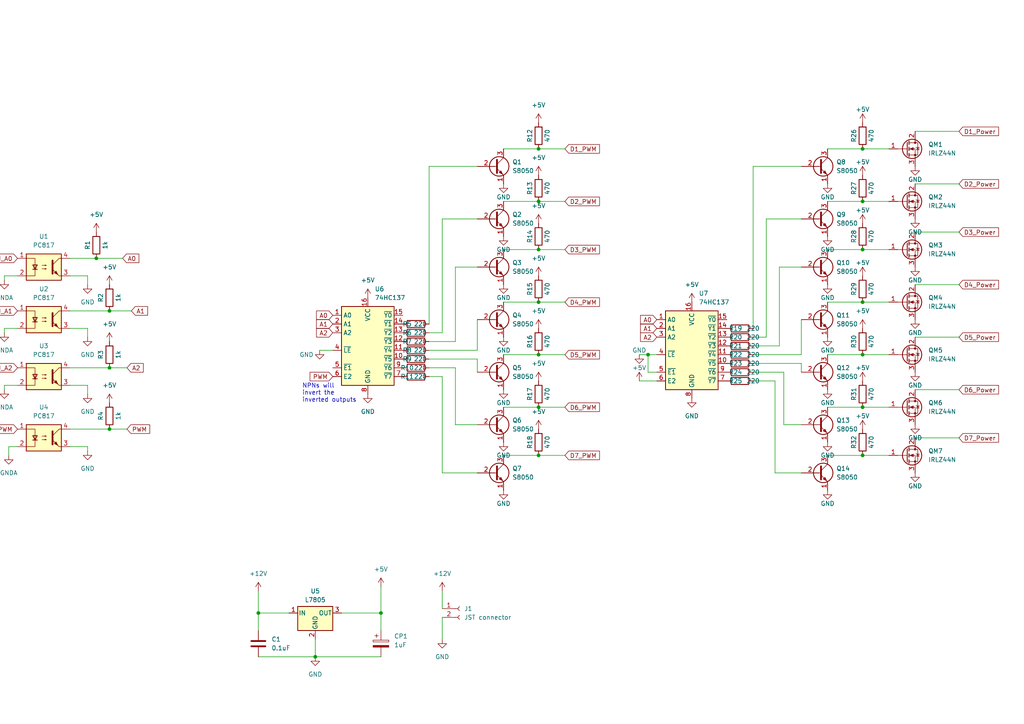
<source format=kicad_sch>
(kicad_sch (version 20230121) (generator eeschema)
  (paper "A4")
  (lib_symbols
    (symbol "74xx:74HC137"
      (property "Reference" "U" (at -7.62 13.97 0))
      (property "Value" "74HC137" (at 2.54 -11.43 0))
      (symbol "74HC137_1_1"
        (pin input line (at -10.16 10.16 0) (length 2.54) (name "A0") (number "1"))
        (pin output line (at 10.16 -2.54 180) (length 2.54) (name "~{Y5}") (number "10"))
        (pin output line (at 10.16 0 180) (length 2.54) (name "~{Y4}") (number "11"))
        (pin output line (at 10.16 2.54 180) (length 2.54) (name "~{Y3}") (number "12"))
        (pin output line (at 10.16 5.08 180) (length 2.54) (name "~{Y2}") (number "13"))
        (pin output line (at 10.16 7.62 180) (length 2.54) (name "~{Y1}") (number "14"))
        (pin output line (at 10.16 10.16 180) (length 2.54) (name "~{Y0}") (number "15"))
        (pin power_in line (at 0 15.24 270) (length 2.54) (name "VCC") (number "16"))
        (pin input line (at -10.16 7.62 0) (length 2.54) (name "A1") (number "2"))
        (pin input line (at -10.16 5.08 0) (length 2.54) (name "A2") (number "3"))
        (pin input line (at -10.16 0 0) (length 2.54) (name "~{LE}") (number "4"))
        (pin input line (at -10.16 -5.08 0) (length 2.54) (name "~{E1}") (number "5"))
        (pin input line (at -10.16 -7.62 0) (length 2.54) (name "E2") (number "6"))
        (pin output line (at 10.16 -7.62 180) (length 2.54) (name "~{Y7}") (number "7"))
        (pin power_in line (at 0 -12.7 90) (length 2.54) (name "GND") (number "8"))
        (pin output line (at 10.16 -5.08 180) (length 2.54) (name "~{Y6}") (number "9"))
      )
    )
    (symbol "Connector:Conn_01x02_Socket" (pin_names (offset 1.016) hide)
      (property "Reference" "J" (at 0 2.54 0))
      (property "Value" "Conn_01x02_Socket" (at 0 -5.08 0))
      (symbol "Conn_01x02_Socket_1_1"
        (pin passive line (at -5.08 0 0) (length 3.81) (name "Pin_1") (number "1"))
        (pin passive line (at -5.08 -2.54 0) (length 3.81) (name "Pin_2") (number "2"))
      )
    )
    (symbol "Connector:Conn_01x03_Socket" (pin_names (offset 1.016) hide)
      (property "Reference" "J" (at 0 5.08 0))
      (property "Value" "Conn_01x03_Socket" (at 0 -5.08 0))
      (symbol "Conn_01x03_Socket_1_1"
        (pin passive line (at -5.08 2.54 0) (length 3.81) (name "Pin_1") (number "1"))
        (pin passive line (at -5.08 0 0) (length 3.81) (name "Pin_2") (number "2"))
        (pin passive line (at -5.08 -2.54 0) (length 3.81) (name "Pin_3") (number "3"))
      )
    )
    (symbol "Connector:Conn_01x05_Socket" (pin_names (offset 1.016) hide)
      (property "Reference" "J" (at 0 7.62 0))
      (property "Value" "Conn_01x05_Socket" (at 0 -7.62 0))
      (symbol "Conn_01x05_Socket_1_1"
        (pin passive line (at -5.08 5.08 0) (length 3.81) (name "Pin_1") (number "1"))
        (pin passive line (at -5.08 2.54 0) (length 3.81) (name "Pin_2") (number "2"))
        (pin passive line (at -5.08 0 0) (length 3.81) (name "Pin_3") (number "3"))
        (pin passive line (at -5.08 -2.54 0) (length 3.81) (name "Pin_4") (number "4"))
        (pin passive line (at -5.08 -5.08 0) (length 3.81) (name "Pin_5") (number "5"))
      )
    )
    (symbol "Device:C" (pin_numbers hide) (pin_names (offset 0.254))
      (property "Reference" "C" (at 0.635 2.54 0))
      (property "Value" "C" (at 0.635 -2.54 0))
      (symbol "C_1_1"
        (pin passive line (at 0 3.81 270) (length 2.794) (name "~") (number "1"))
        (pin passive line (at 0 -3.81 90) (length 2.794) (name "~") (number "2"))
      )
    )
    (symbol "Device:C_Polarized" (pin_numbers hide) (pin_names (offset 0.254))
      (property "Reference" "C" (at 0.635 2.54 0))
      (property "Value" "C_Polarized" (at 0.635 -2.54 0))
      (symbol "C_Polarized_1_1"
        (pin passive line (at 0 3.81 270) (length 2.794) (name "~") (number "1"))
        (pin passive line (at 0 -3.81 90) (length 2.794) (name "~") (number "2"))
      )
    )
    (symbol "Device:R" (pin_numbers hide) (pin_names (offset 0))
      (property "Reference" "R" (at 2.032 0 90))
      (property "Value" "R" (at 0 0 90))
      (symbol "R_1_1"
        (pin passive line (at 0 3.81 270) (length 1.27) (name "~") (number "1"))
        (pin passive line (at 0 -3.81 90) (length 1.27) (name "~") (number "2"))
      )
    )
    (symbol "Isolator:PC817" (pin_names (offset 1.016))
      (property "Reference" "U" (at -5.08 5.08 0))
      (property "Value" "PC817" (at 0 5.08 0))
      (symbol "PC817_1_1"
        (pin passive line (at -7.62 2.54 0) (length 2.54) (name "~") (number "1"))
        (pin passive line (at -7.62 -2.54 0) (length 2.54) (name "~") (number "2"))
        (pin passive line (at 7.62 -2.54 180) (length 2.54) (name "~") (number "3"))
        (pin passive line (at 7.62 2.54 180) (length 2.54) (name "~") (number "4"))
      )
    )
    (symbol "Regulator_Linear:L7805" (pin_names (offset 0.254))
      (property "Reference" "U" (at -3.81 3.175 0))
      (property "Value" "L7805" (at 0 3.175 0))
      (symbol "L7805_1_1"
        (pin power_in line (at -7.62 0 0) (length 2.54) (name "IN") (number "1"))
        (pin power_in line (at 0 -7.62 90) (length 2.54) (name "GND") (number "2"))
        (pin power_out line (at 7.62 0 180) (length 2.54) (name "OUT") (number "3"))
      )
    )
    (symbol "Transistor_BJT:S8050" (pin_names (offset 0) hide)
      (property "Reference" "Q" (at 5.08 1.905 0))
      (property "Value" "S8050" (at 5.08 0 0))
      (symbol "S8050_1_1"
        (pin passive line (at 2.54 -5.08 90) (length 2.54) (name "E") (number "1"))
        (pin input line (at -5.08 0 0) (length 5.08) (name "B") (number "2"))
        (pin passive line (at 2.54 5.08 270) (length 2.54) (name "C") (number "3"))
      )
    )
    (symbol "Transistor_FET:IRLZ44N" (pin_names hide)
      (property "Reference" "Q" (at 6.35 1.905 0))
      (property "Value" "IRLZ44N" (at 6.35 0 0))
      (symbol "IRLZ44N_1_1"
        (pin input line (at -5.08 0 0) (length 2.54) (name "G") (number "1"))
        (pin passive line (at 2.54 5.08 270) (length 2.54) (name "D") (number "2"))
        (pin passive line (at 2.54 -5.08 90) (length 2.54) (name "S") (number "3"))
      )
    )
    (symbol "power:+12V" (power) (pin_names (offset 0))
      (property "Value" "+12V" (at 0 3.556 0))
      (symbol "+12V_1_1"
        (pin power_in line (at 0 0 90) (length 0) hide (name "+12V") (number "1"))
      )
    )
    (symbol "power:+5V" (power) (pin_names (offset 0))
      (property "Value" "+5V" (at 0 3.556 0))
      (symbol "+5V_1_1"
        (pin power_in line (at 0 0 90) (length 0) hide (name "+5V") (number "1"))
      )
    )
    (symbol "power:GND" (power) (pin_names (offset 0))
      (property "Value" "GND" (at 0 -3.81 0))
      (symbol "GND_1_1"
        (pin power_in line (at 0 0 270) (length 0) hide (name "GND") (number "1"))
      )
    )
    (symbol "power:GNDA" (power) (pin_names (offset 0))
      (property "Value" "GNDA" (at 0 -3.81 0))
      (symbol "GNDA_1_1"
        (pin power_in line (at 0 0 270) (length 0) hide (name "GNDA") (number "1"))
      )
    )
  )
  (junction (at 74.93 177.8))
  (junction (at 156.21 72.39))
  (junction (at 110.49 177.8))
  (junction (at 31.75 90.17))
  (junction (at 187.96 102.87))
  (junction (at 27.94 74.93))
  (junction (at 31.75 106.68))
  (junction (at 250.19 72.39))
  (junction (at 250.19 43.18))
  (junction (at 156.21 87.63))
  (junction (at 250.19 87.63))
  (junction (at 31.75 124.46))
  (junction (at 250.19 102.87))
  (junction (at 156.21 118.11))
  (junction (at 250.19 132.08))
  (junction (at 250.19 118.11))
  (junction (at 156.21 43.18))
  (junction (at 91.44 190.5))
  (junction (at 156.21 132.08))
  (junction (at 156.21 58.42))
  (junction (at 156.21 102.87))
  (junction (at 250.19 58.42))
  (wire (pts (xy 218.44 110.49) (xy 224.79 110.49)))
  (wire (pts (xy 265.43 67.31) (xy 278.13 67.31)))
  (wire (pts (xy 124.46 96.52) (xy 128.27 96.52)))
  (wire (pts (xy 74.93 171.45) (xy 74.93 177.8)))
  (wire (pts (xy 20.32 90.17) (xy 31.75 90.17)))
  (wire (pts (xy 20.32 129.54) (xy 25.4 129.54)))
  (wire (pts (xy 5.08 129.54) (xy 2.54 129.54)))
  (wire (pts (xy 240.03 118.11) (xy 250.19 118.11)))
  (wire (pts (xy 218.44 107.95) (xy 227.33 107.95)))
  (wire (pts (xy 156.21 87.63) (xy 163.83 87.63)))
  (wire (pts (xy 146.05 72.39) (xy 156.21 72.39)))
  (wire (pts (xy 128.27 171.45) (xy 128.27 176.53)))
  (wire (pts (xy 222.25 63.5) (xy 232.41 63.5)))
  (wire (pts (xy 1.27 95.25) (xy 1.27 96.52)))
  (wire (pts (xy 20.32 106.68) (xy 31.75 106.68)))
  (wire (pts (xy 74.93 177.8) (xy 83.82 177.8)))
  (wire (pts (xy 265.43 113.03) (xy 278.13 113.03)))
  (wire (pts (xy 146.05 87.63) (xy 156.21 87.63)))
  (wire (pts (xy 250.19 102.87) (xy 257.81 102.87)))
  (wire (pts (xy 132.08 77.47) (xy 138.43 77.47)))
  (wire (pts (xy 240.03 132.08) (xy 250.19 132.08)))
  (wire (pts (xy -27.94 101.6) (xy -27.94 100.33)))
  (wire (pts (xy 5.08 111.76) (xy 1.27 111.76)))
  (wire (pts (xy 138.43 101.6) (xy 138.43 92.71)))
  (wire (pts (xy 240.03 87.63) (xy 250.19 87.63)))
  (wire (pts (xy 132.08 123.19) (xy 138.43 123.19)))
  (wire (pts (xy 156.21 102.87) (xy 163.83 102.87)))
  (wire (pts (xy 265.43 53.34) (xy 278.13 53.34)))
  (wire (pts (xy 265.43 82.55) (xy 278.13 82.55)))
  (wire (pts (xy 128.27 137.16) (xy 138.43 137.16)))
  (wire (pts (xy 25.4 97.79) (xy 25.4 95.25)))
  (wire (pts (xy 218.44 48.26) (xy 232.41 48.26)))
  (wire (pts (xy 31.75 124.46) (xy 36.83 124.46)))
  (wire (pts (xy 240.03 72.39) (xy 250.19 72.39)))
  (wire (pts (xy -27.94 100.33) (xy -30.48 100.33)))
  (wire (pts (xy 146.05 58.42) (xy 156.21 58.42)))
  (wire (pts (xy 124.46 106.68) (xy 132.08 106.68)))
  (wire (pts (xy 20.32 74.93) (xy 27.94 74.93)))
  (wire (pts (xy 218.44 95.25) (xy 218.44 48.26)))
  (wire (pts (xy 250.19 118.11) (xy 257.81 118.11)))
  (wire (pts (xy 99.06 177.8) (xy 110.49 177.8)))
  (wire (pts (xy 146.05 118.11) (xy 156.21 118.11)))
  (wire (pts (xy 240.03 43.18) (xy 250.19 43.18)))
  (wire (pts (xy 218.44 100.33) (xy 226.06 100.33)))
  (wire (pts (xy 25.4 111.76) (xy 20.32 111.76)))
  (wire (pts (xy 5.08 80.01) (xy 1.27 80.01)))
  (wire (pts (xy 156.21 72.39) (xy 163.83 72.39)))
  (wire (pts (xy 265.43 127) (xy 278.13 127)))
  (wire (pts (xy 146.05 43.18) (xy 156.21 43.18)))
  (wire (pts (xy 185.42 102.87) (xy 187.96 102.87)))
  (wire (pts (xy 124.46 109.22) (xy 128.27 109.22)))
  (wire (pts (xy 224.79 137.16) (xy 232.41 137.16)))
  (wire (pts (xy 250.19 72.39) (xy 257.81 72.39)))
  (wire (pts (xy 250.19 87.63) (xy 257.81 87.63)))
  (wire (pts (xy 226.06 77.47) (xy 232.41 77.47)))
  (wire (pts (xy 146.05 132.08) (xy 156.21 132.08)))
  (wire (pts (xy 222.25 97.79) (xy 222.25 63.5)))
  (wire (pts (xy 132.08 106.68) (xy 132.08 123.19)))
  (wire (pts (xy 218.44 97.79) (xy 222.25 97.79)))
  (wire (pts (xy 124.46 99.06) (xy 132.08 99.06)))
  (wire (pts (xy 187.96 107.95) (xy 190.5 107.95)))
  (wire (pts (xy 110.49 177.8) (xy 110.49 182.88)))
  (wire (pts (xy 128.27 96.52) (xy 128.27 63.5)))
  (wire (pts (xy 20.32 124.46) (xy 31.75 124.46)))
  (wire (pts (xy 128.27 179.07) (xy 128.27 185.42)))
  (wire (pts (xy 124.46 48.26) (xy 138.43 48.26)))
  (wire (pts (xy 156.21 132.08) (xy 163.83 132.08)))
  (wire (pts (xy 25.4 114.3) (xy 25.4 111.76)))
  (wire (pts (xy 250.19 43.18) (xy 257.81 43.18)))
  (wire (pts (xy 128.27 109.22) (xy 128.27 137.16)))
  (wire (pts (xy 25.4 129.54) (xy 25.4 130.81)))
  (wire (pts (xy 240.03 58.42) (xy 250.19 58.42)))
  (wire (pts (xy 265.43 38.1) (xy 278.13 38.1)))
  (wire (pts (xy 110.49 190.5) (xy 91.44 190.5)))
  (wire (pts (xy 227.33 123.19) (xy 232.41 123.19)))
  (wire (pts (xy 27.94 74.93) (xy 35.56 74.93)))
  (wire (pts (xy 185.42 110.49) (xy 190.5 110.49)))
  (wire (pts (xy 227.33 107.95) (xy 227.33 123.19)))
  (wire (pts (xy 156.21 43.18) (xy 163.83 43.18)))
  (wire (pts (xy 232.41 102.87) (xy 232.41 92.71)))
  (wire (pts (xy 138.43 104.14) (xy 138.43 107.95)))
  (wire (pts (xy 25.4 80.01) (xy 20.32 80.01)))
  (wire (pts (xy 2.54 129.54) (xy 2.54 132.08)))
  (wire (pts (xy 124.46 93.98) (xy 124.46 48.26)))
  (wire (pts (xy 124.46 101.6) (xy 138.43 101.6)))
  (wire (pts (xy 224.79 110.49) (xy 224.79 137.16)))
  (wire (pts (xy 250.19 132.08) (xy 257.81 132.08)))
  (wire (pts (xy 156.21 58.42) (xy 163.83 58.42)))
  (wire (pts (xy 110.49 177.8) (xy 110.49 170.18)))
  (wire (pts (xy 74.93 190.5) (xy 91.44 190.5)))
  (wire (pts (xy 25.4 95.25) (xy 20.32 95.25)))
  (wire (pts (xy 91.44 185.42) (xy 91.44 190.5)))
  (wire (pts (xy 187.96 102.87) (xy 190.5 102.87)))
  (wire (pts (xy 218.44 102.87) (xy 232.41 102.87)))
  (wire (pts (xy 240.03 102.87) (xy 250.19 102.87)))
  (wire (pts (xy 1.27 80.01) (xy 1.27 81.28)))
  (wire (pts (xy 218.44 105.41) (xy 232.41 105.41)))
  (wire (pts (xy 250.19 58.42) (xy 257.81 58.42)))
  (wire (pts (xy 187.96 102.87) (xy 187.96 107.95)))
  (wire (pts (xy 156.21 118.11) (xy 163.83 118.11)))
  (wire (pts (xy 124.46 104.14) (xy 138.43 104.14)))
  (wire (pts (xy 146.05 102.87) (xy 156.21 102.87)))
  (wire (pts (xy 5.08 95.25) (xy 1.27 95.25)))
  (wire (pts (xy 92.71 101.6) (xy 96.52 101.6)))
  (wire (pts (xy 1.27 111.76) (xy 1.27 113.03)))
  (wire (pts (xy 74.93 177.8) (xy 74.93 182.88)))
  (wire (pts (xy 128.27 63.5) (xy 138.43 63.5)))
  (wire (pts (xy 232.41 105.41) (xy 232.41 107.95)))
  (wire (pts (xy 226.06 100.33) (xy 226.06 77.47)))
  (wire (pts (xy 132.08 99.06) (xy 132.08 77.47)))
  (wire (pts (xy 25.4 82.55) (xy 25.4 80.01)))
  (wire (pts (xy 265.43 97.79) (xy 278.13 97.79)))
  (wire (pts (xy 31.75 90.17) (xy 38.1 90.17)))
  (wire (pts (xy 31.75 106.68) (xy 36.83 106.68)))
  (text "NPNs will \ninvert the \ninverted outputs" (at 87.63 116.84 0) (effects (font (size 1.27 1.27)) (justify left bottom)))
  (global_label "D2_PWM" (shape input) (at 163.83 58.42 0) (property "Intersheetrefs" "${INTERSHEET_REFS}" (effects hide)))
  (global_label "MCU_A0" (shape input) (at -30.48 90.17 0) (property "Intersheetrefs" "${INTERSHEET_REFS}" (effects hide)))
  (global_label "D3_PWM" (shape input) (at 163.83 72.39 0) (property "Intersheetrefs" "${INTERSHEET_REFS}" (effects hide)))
  (global_label "D5_PWM" (shape input) (at 163.83 102.87 0) (property "Intersheetrefs" "${INTERSHEET_REFS}" (effects hide)))
  (global_label "D7_PWM" (shape input) (at 309.88 134.62 180) (property "Intersheetrefs" "${INTERSHEET_REFS}" (effects hide)))
  (global_label "A2" (shape input) (at 96.52 96.52 180) (property "Intersheetrefs" "${INTERSHEET_REFS}" (effects hide)))
  (global_label "MCU_A2" (shape input) (at -30.48 95.25 0) (property "Intersheetrefs" "${INTERSHEET_REFS}" (effects hide)))
  (global_label "D6_Power" (shape input) (at 309.88 118.11 180) (property "Intersheetrefs" "${INTERSHEET_REFS}" (effects hide)))
  (global_label "D4_Power" (shape input) (at 278.13 82.55 0) (property "Intersheetrefs" "${INTERSHEET_REFS}" (effects hide)))
  (global_label "PWM" (shape input) (at 36.83 124.46 0) (property "Intersheetrefs" "${INTERSHEET_REFS}" (effects hide)))
  (global_label "MCU_PWM" (shape input) (at -30.48 97.79 0) (property "Intersheetrefs" "${INTERSHEET_REFS}" (effects hide)))
  (global_label "D5_Power" (shape input) (at 309.88 102.87 180) (property "Intersheetrefs" "${INTERSHEET_REFS}" (effects hide)))
  (global_label "D6_Power" (shape input) (at 278.13 113.03 0) (property "Intersheetrefs" "${INTERSHEET_REFS}" (effects hide)))
  (global_label "A0" (shape input) (at 96.52 91.44 180) (property "Intersheetrefs" "${INTERSHEET_REFS}" (effects hide)))
  (global_label "D7_Power" (shape input) (at 309.88 132.08 180) (property "Intersheetrefs" "${INTERSHEET_REFS}" (effects hide)))
  (global_label "D2_Power" (shape input) (at 309.88 58.42 180) (property "Intersheetrefs" "${INTERSHEET_REFS}" (effects hide)))
  (global_label "A1" (shape input) (at 96.52 93.98 180) (property "Intersheetrefs" "${INTERSHEET_REFS}" (effects hide)))
  (global_label "D7_Power" (shape input) (at 278.13 127 0) (property "Intersheetrefs" "${INTERSHEET_REFS}" (effects hide)))
  (global_label "D2_Power" (shape input) (at 278.13 53.34 0) (property "Intersheetrefs" "${INTERSHEET_REFS}" (effects hide)))
  (global_label "A1" (shape input) (at 38.1 90.17 0) (property "Intersheetrefs" "${INTERSHEET_REFS}" (effects hide)))
  (global_label "A2" (shape input) (at 190.5 97.79 180) (property "Intersheetrefs" "${INTERSHEET_REFS}" (effects hide)))
  (global_label "D3_Power" (shape input) (at 309.88 72.39 180) (property "Intersheetrefs" "${INTERSHEET_REFS}" (effects hide)))
  (global_label "D5_Power" (shape input) (at 278.13 97.79 0) (property "Intersheetrefs" "${INTERSHEET_REFS}" (effects hide)))
  (global_label "D4_PWM" (shape input) (at 163.83 87.63 0) (property "Intersheetrefs" "${INTERSHEET_REFS}" (effects hide)))
  (global_label "D1_PWM" (shape input) (at 309.88 45.72 180) (property "Intersheetrefs" "${INTERSHEET_REFS}" (effects hide)))
  (global_label "D1_Power" (shape input) (at 309.88 43.18 180) (property "Intersheetrefs" "${INTERSHEET_REFS}" (effects hide)))
  (global_label "A2" (shape input) (at 36.83 106.68 0) (property "Intersheetrefs" "${INTERSHEET_REFS}" (effects hide)))
  (global_label "MCU_A1" (shape input) (at 5.08 90.17 180) (property "Intersheetrefs" "${INTERSHEET_REFS}" (effects hide)))
  (global_label "MCU_A1" (shape input) (at -30.48 92.71 0) (property "Intersheetrefs" "${INTERSHEET_REFS}" (effects hide)))
  (global_label "D2_PWM" (shape input) (at 309.88 60.96 180) (property "Intersheetrefs" "${INTERSHEET_REFS}" (effects hide)))
  (global_label "PWM" (shape input) (at 96.52 109.22 180) (property "Intersheetrefs" "${INTERSHEET_REFS}" (effects hide)))
  (global_label "D7_PWM" (shape input) (at 163.83 132.08 0) (property "Intersheetrefs" "${INTERSHEET_REFS}" (effects hide)))
  (global_label "D4_PWM" (shape input) (at 309.88 90.17 180) (property "Intersheetrefs" "${INTERSHEET_REFS}" (effects hide)))
  (global_label "D5_PWM" (shape input) (at 309.88 105.41 180) (property "Intersheetrefs" "${INTERSHEET_REFS}" (effects hide)))
  (global_label "D3_Power" (shape input) (at 278.13 67.31 0) (property "Intersheetrefs" "${INTERSHEET_REFS}" (effects hide)))
  (global_label "MCU_PWM" (shape input) (at 5.08 124.46 180) (property "Intersheetrefs" "${INTERSHEET_REFS}" (effects hide)))
  (global_label "D1_PWM" (shape input) (at 163.83 43.18 0) (property "Intersheetrefs" "${INTERSHEET_REFS}" (effects hide)))
  (global_label "A0" (shape input) (at 190.5 92.71 180) (property "Intersheetrefs" "${INTERSHEET_REFS}" (effects hide)))
  (global_label "D1_Power" (shape input) (at 278.13 38.1 0) (property "Intersheetrefs" "${INTERSHEET_REFS}" (effects hide)))
  (global_label "MCU_A0" (shape input) (at 5.08 74.93 180) (property "Intersheetrefs" "${INTERSHEET_REFS}" (effects hide)))
  (global_label "D3_PWM" (shape input) (at 309.88 74.93 180) (property "Intersheetrefs" "${INTERSHEET_REFS}" (effects hide)))
  (global_label "A1" (shape input) (at 190.5 95.25 180) (property "Intersheetrefs" "${INTERSHEET_REFS}" (effects hide)))
  (global_label "D6_PWM" (shape input) (at 163.83 118.11 0) (property "Intersheetrefs" "${INTERSHEET_REFS}" (effects hide)))
  (global_label "A0" (shape input) (at 35.56 74.93 0) (property "Intersheetrefs" "${INTERSHEET_REFS}" (effects hide)))
  (global_label "MCU_A2" (shape input) (at 5.08 106.68 180) (property "Intersheetrefs" "${INTERSHEET_REFS}" (effects hide)))
  (global_label "D6_PWM" (shape input) (at 309.88 120.65 180) (property "Intersheetrefs" "${INTERSHEET_REFS}" (effects hide)))
  (global_label "D4_Power" (shape input) (at 309.88 87.63 180) (property "Intersheetrefs" "${INTERSHEET_REFS}" (effects hide)))
  (symbol (lib_id "Device:R") (at 120.65 109.22 90) (unit 1)
    (property "Reference" "R11" (at 118.11 109.22 90))
    (property "Value" "220" (at 121.92 109.22 90))
    (property "Footprint" "Resistor_THT:R_Axial_DIN0207_L6.3mm_D2.5mm_P10.16mm_Horizontal" (effects hide))
  )
  (symbol (lib_id "power:GND") (at 25.4 114.3 0) (unit 1)
    (property "Reference" "#PWR08" (effects hide))
    (property "Value" "GND" (at 25.4 119.38 0))
  )
  (symbol (lib_id "Isolator:PC817") (at 12.7 92.71 0) (unit 1)
    (property "Reference" "U2" (at 12.7 83.82 0))
    (property "Value" "PC817" (at 12.7 86.36 0))
    (property "Footprint" "Package_DIP:DIP-4_W7.62mm" (effects hide))
    (property "Datasheet" "http://www.soselectronic.cz/a_info/resource/d/pc817.pdf" (effects hide))
  )
  (symbol (lib_id "power:GND") (at 240.03 97.79 0) (unit 1)
    (property "Reference" "#PWR043" (effects hide))
    (property "Value" "GND" (at 240.03 101.6 0))
  )
  (symbol (lib_id "Device:R") (at 250.19 68.58 180) (unit 1)
    (property "Reference" "R28" (at 247.65 68.58 90))
    (property "Value" "470" (at 252.73 68.58 90))
    (property "Footprint" "Resistor_THT:R_Axial_DIN0207_L6.3mm_D2.5mm_P10.16mm_Horizontal" (effects hide))
  )
  (symbol (lib_id "Connector:Conn_01x02_Socket") (at 133.35 176.53 0) (unit 1)
    (property "Reference" "J1" (at 134.62 176.53 0) (effects (justify left)))
    (property "Value" "JST connector" (at 134.62 179.07 0) (effects (justify left)))
    (property "Footprint" "Connector_JST:JST_EH_S2B-EH_1x02_P2.50mm_Horizontal" (effects hide))
  )
  (symbol (lib_id "Isolator:PC817") (at 12.7 109.22 0) (unit 1)
    (property "Reference" "U3" (at 12.7 100.33 0))
    (property "Value" "PC817" (at 12.7 102.87 0))
    (property "Footprint" "Package_DIP:DIP-4_W7.62mm" (effects hide))
    (property "Datasheet" "http://www.soselectronic.cz/a_info/resource/d/pc817.pdf" (effects hide))
  )
  (symbol (lib_id "Transistor_BJT:S8050") (at 237.49 92.71 0) (unit 1)
    (property "Reference" "Q11" (at 242.57 91.4399 0) (effects (justify left)))
    (property "Value" "S8050" (at 242.57 93.9799 0) (effects (justify left)))
    (property "Footprint" "Package_TO_SOT_THT:TO-92_Inline" (effects hide))
    (property "Datasheet" "http://www.unisonic.com.tw/datasheet/S8050.pdf" (effects hide))
  )
  (symbol (lib_id "power:GND") (at 146.05 128.27 0) (unit 1)
    (property "Reference" "#PWR027" (effects hide))
    (property "Value" "GND" (at 146.05 132.08 0))
  )
  (symbol (lib_id "Transistor_FET:IRLZ44N") (at 262.89 58.42 0) (unit 1)
    (property "Reference" "QM2" (at 269.24 57.15 0) (effects (justify left)))
    (property "Value" "IRLZ44N" (at 269.24 59.69 0) (effects (justify left)))
    (property "Footprint" "Package_TO_SOT_THT:TO-220-3_Vertical" (effects hide))
    (property "Datasheet" "http://www.irf.com/product-info/datasheets/data/irlz44n.pdf" (effects hide))
  )
  (symbol (lib_id "power:GND") (at 25.4 130.81 0) (unit 1)
    (property "Reference" "#PWR09" (effects hide))
    (property "Value" "GND" (at 25.4 135.89 0))
  )
  (symbol (lib_id "power:+5V") (at 156.21 80.01 0) (unit 1)
    (property "Reference" "#PWR032" (effects hide))
    (property "Value" "+5V" (at 156.21 74.93 0))
  )
  (symbol (lib_id "power:+5V") (at 156.21 95.25 0) (unit 1)
    (property "Reference" "#PWR033" (effects hide))
    (property "Value" "+5V" (at 156.21 90.17 0))
  )
  (symbol (lib_id "Transistor_BJT:S8050") (at 143.51 92.71 0) (unit 1)
    (property "Reference" "Q4" (at 148.59 91.4399 0) (effects (justify left)))
    (property "Value" "S8050" (at 148.59 93.9799 0) (effects (justify left)))
    (property "Footprint" "Package_TO_SOT_THT:TO-92_Inline" (effects hide))
    (property "Datasheet" "http://www.unisonic.com.tw/datasheet/S8050.pdf" (effects hide))
  )
  (symbol (lib_id "power:GND") (at 265.43 107.95 0) (unit 1)
    (property "Reference" "#PWR058" (effects hide))
    (property "Value" "GND" (at 265.43 111.76 0))
  )
  (symbol (lib_id "power:GND") (at 91.44 190.5 0) (unit 1)
    (property "Reference" "#PWR015" (effects hide))
    (property "Value" "GND" (at 91.44 195.58 0))
  )
  (symbol (lib_id "power:+12V") (at 309.88 85.09 0) (unit 1)
    (property "Reference" "#PWR064" (effects hide))
    (property "Value" "+12V" (at 309.88 80.01 0))
  )
  (symbol (lib_id "Device:R") (at 156.21 83.82 180) (unit 1)
    (property "Reference" "R15" (at 153.67 83.82 90))
    (property "Value" "470" (at 158.75 83.82 90))
    (property "Footprint" "Resistor_THT:R_Axial_DIN0207_L6.3mm_D2.5mm_P7.62mm_Horizontal" (effects hide))
  )
  (symbol (lib_id "Device:R") (at 120.65 99.06 90) (unit 1)
    (property "Reference" "R7" (at 118.11 99.06 90))
    (property "Value" "220" (at 121.92 99.06 90))
    (property "Footprint" "Resistor_THT:R_Axial_DIN0207_L6.3mm_D2.5mm_P10.16mm_Horizontal" (effects hide))
  )
  (symbol (lib_id "Isolator:PC817") (at 12.7 127 0) (unit 1)
    (property "Reference" "U4" (at 12.7 118.11 0))
    (property "Value" "PC817" (at 12.7 120.65 0))
    (property "Footprint" "Package_DIP:DIP-4_W7.62mm" (effects hide))
    (property "Datasheet" "http://www.soselectronic.cz/a_info/resource/d/pc817.pdf" (effects hide))
  )
  (symbol (lib_id "Transistor_BJT:S8050") (at 237.49 48.26 0) (unit 1)
    (property "Reference" "Q8" (at 242.57 46.9899 0) (effects (justify left)))
    (property "Value" "S8050" (at 242.57 49.5299 0) (effects (justify left)))
    (property "Footprint" "Package_TO_SOT_THT:TO-92_Inline" (effects hide))
    (property "Datasheet" "http://www.unisonic.com.tw/datasheet/S8050.pdf" (effects hide))
  )
  (symbol (lib_id "power:GND") (at 265.43 77.47 0) (unit 1)
    (property "Reference" "#PWR056" (effects hide))
    (property "Value" "GND" (at 265.43 81.28 0))
  )
  (symbol (lib_id "power:GND") (at 240.03 53.34 0) (unit 1)
    (property "Reference" "#PWR040" (effects hide))
    (property "Value" "GND" (at 240.03 57.15 0))
  )
  (symbol (lib_id "Device:R") (at 120.65 104.14 90) (unit 1)
    (property "Reference" "R9" (at 118.11 104.14 90))
    (property "Value" "220" (at 121.92 104.14 90))
    (property "Footprint" "Resistor_THT:R_Axial_DIN0207_L6.3mm_D2.5mm_P10.16mm_Horizontal" (effects hide))
  )
  (symbol (lib_id "Device:R") (at 214.63 97.79 90) (unit 1)
    (property "Reference" "R20" (at 213.36 97.79 90))
    (property "Value" "220" (at 218.44 97.79 90))
    (property "Footprint" "Resistor_THT:R_Axial_DIN0207_L6.3mm_D2.5mm_P7.62mm_Horizontal" (effects hide))
  )
  (symbol (lib_id "Transistor_BJT:S8050") (at 143.51 107.95 0) (unit 1)
    (property "Reference" "Q5" (at 148.59 106.6799 0) (effects (justify left)))
    (property "Value" "S8050" (at 148.59 109.2199 0) (effects (justify left)))
    (property "Footprint" "Package_TO_SOT_THT:TO-92_Inline" (effects hide))
    (property "Datasheet" "http://www.unisonic.com.tw/datasheet/S8050.pdf" (effects hide))
  )
  (symbol (lib_id "Device:R") (at 214.63 110.49 90) (unit 1)
    (property "Reference" "R25" (at 213.36 110.49 90))
    (property "Value" "220" (at 218.44 110.49 90))
    (property "Footprint" "Resistor_THT:R_Axial_DIN0207_L6.3mm_D2.5mm_P7.62mm_Horizontal" (effects hide))
  )
  (symbol (lib_id "power:+5V") (at 185.42 110.49 0) (unit 1)
    (property "Reference" "#PWR037" (effects hide))
    (property "Value" "+5V" (at 185.42 106.68 0))
  )
  (symbol (lib_id "power:GND") (at 25.4 97.79 0) (unit 1)
    (property "Reference" "#PWR07" (effects hide))
    (property "Value" "GND" (at 25.4 102.87 0))
  )
  (symbol (lib_id "power:GNDA") (at 1.27 81.28 0) (unit 1)
    (property "Reference" "#PWR02" (effects hide))
    (property "Value" "GNDA" (at 1.27 86.36 0))
  )
  (symbol (lib_id "power:+12V") (at 309.88 69.85 0) (unit 1)
    (property "Reference" "#PWR063" (effects hide))
    (property "Value" "+12V" (at 309.88 64.77 0))
  )
  (symbol (lib_id "power:+12V") (at 309.88 115.57 0) (unit 1)
    (property "Reference" "#PWR066" (effects hide))
    (property "Value" "+12V" (at 309.88 110.49 0))
  )
  (symbol (lib_id "Device:R") (at 250.19 54.61 180) (unit 1)
    (property "Reference" "R27" (at 247.65 54.61 90))
    (property "Value" "470" (at 252.73 54.61 90))
    (property "Footprint" "Resistor_THT:R_Axial_DIN0207_L6.3mm_D2.5mm_P10.16mm_Horizontal" (effects hide))
  )
  (symbol (lib_id "Regulator_Linear:L7805") (at 91.44 177.8 0) (unit 1)
    (property "Reference" "U5" (at 91.44 171.45 0))
    (property "Value" "L7805" (at 91.44 173.99 0))
    (property "Footprint" "Package_TO_SOT_THT:TO-220-3_Vertical" (effects hide))
    (property "Datasheet" "http://www.st.com/content/ccc/resource/technical/document/datasheet/41/4f/b3/b0/12/d4/47/88/CD00000444.pdf/files/CD00000444.pdf/jcr:content/translations/en.CD00000444.pdf" (effects hide))
  )
  (symbol (lib_id "power:+5V") (at 156.21 50.8 0) (unit 1)
    (property "Reference" "#PWR030" (effects hide))
    (property "Value" "+5V" (at 156.21 45.72 0))
  )
  (symbol (lib_id "power:+12V") (at 309.88 40.64 0) (unit 1)
    (property "Reference" "#PWR061" (effects hide))
    (property "Value" "+12V" (at 309.88 35.56 0))
  )
  (symbol (lib_id "power:+5V") (at 31.75 82.55 0) (unit 1)
    (property "Reference" "#PWR011" (effects hide))
    (property "Value" "+5V" (at 31.75 77.47 0))
  )
  (symbol (lib_id "power:GNDA") (at 2.54 132.08 0) (unit 1)
    (property "Reference" "#PWR05" (effects hide))
    (property "Value" "GNDA" (at 2.54 137.16 0))
  )
  (symbol (lib_id "power:+5V") (at 156.21 110.49 0) (unit 1)
    (property "Reference" "#PWR034" (effects hide))
    (property "Value" "+5V" (at 156.21 105.41 0))
  )
  (symbol (lib_id "Connector:Conn_01x03_Socket") (at 314.96 132.08 0) (unit 1)
    (property "Reference" "Device7" (at 316.23 130.81 0) (effects (justify left)))
    (property "Value" "Conn_01x03_Socket" (at 316.23 133.35 0) (effects (justify left)))
    (property "Footprint" "Connector_JST:JST_EH_S3B-EH_1x03_P2.50mm_Horizontal" (effects hide))
  )
  (symbol (lib_id "Device:R") (at 250.19 39.37 180) (unit 1)
    (property "Reference" "R26" (at 247.65 39.37 90))
    (property "Value" "470" (at 252.73 39.37 90))
    (property "Footprint" "Resistor_THT:R_Axial_DIN0207_L6.3mm_D2.5mm_P10.16mm_Horizontal" (effects hide))
  )
  (symbol (lib_id "power:+5V") (at 250.19 110.49 0) (unit 1)
    (property "Reference" "#PWR052" (effects hide))
    (property "Value" "+5V" (at 250.19 106.68 0))
  )
  (symbol (lib_id "power:+12V") (at 309.88 100.33 0) (unit 1)
    (property "Reference" "#PWR065" (effects hide))
    (property "Value" "+12V" (at 309.88 95.25 0))
  )
  (symbol (lib_id "Device:R") (at 120.65 93.98 90) (unit 1)
    (property "Reference" "R5" (at 118.11 93.98 90))
    (property "Value" "220" (at 121.92 93.98 90))
    (property "Footprint" "Resistor_THT:R_Axial_DIN0207_L6.3mm_D2.5mm_P10.16mm_Horizontal" (effects hide))
  )
  (symbol (lib_id "power:GND") (at 146.05 68.58 0) (unit 1)
    (property "Reference" "#PWR023" (effects hide))
    (property "Value" "GND" (at 146.05 72.39 0))
  )
  (symbol (lib_id "Transistor_BJT:S8050") (at 237.49 77.47 0) (unit 1)
    (property "Reference" "Q10" (at 242.57 76.1999 0) (effects (justify left)))
    (property "Value" "S8050" (at 242.57 78.7399 0) (effects (justify left)))
    (property "Footprint" "Package_TO_SOT_THT:TO-92_Inline" (effects hide))
    (property "Datasheet" "http://www.unisonic.com.tw/datasheet/S8050.pdf" (effects hide))
  )
  (symbol (lib_id "Device:R") (at 250.19 114.3 180) (unit 1)
    (property "Reference" "R31" (at 247.65 114.3 90))
    (property "Value" "470" (at 252.73 114.3 90))
    (property "Footprint" "Resistor_THT:R_Axial_DIN0207_L6.3mm_D2.5mm_P10.16mm_Horizontal" (effects hide))
  )
  (symbol (lib_id "Device:R") (at 214.63 95.25 90) (unit 1)
    (property "Reference" "R19" (at 213.36 95.25 90))
    (property "Value" "220" (at 218.44 95.25 90))
    (property "Footprint" "Resistor_THT:R_Axial_DIN0207_L6.3mm_D2.5mm_P7.62mm_Horizontal" (effects hide))
  )
  (symbol (lib_id "Transistor_FET:IRLZ44N") (at 262.89 87.63 0) (unit 1)
    (property "Reference" "QM4" (at 269.24 86.36 0) (effects (justify left)))
    (property "Value" "IRLZ44N" (at 269.24 88.9 0) (effects (justify left)))
    (property "Footprint" "Package_TO_SOT_THT:TO-220-3_Vertical" (effects hide))
    (property "Datasheet" "http://www.irf.com/product-info/datasheets/data/irlz44n.pdf" (effects hide))
  )
  (symbol (lib_id "Transistor_BJT:S8050") (at 143.51 63.5 0) (unit 1)
    (property "Reference" "Q2" (at 148.59 62.2299 0) (effects (justify left)))
    (property "Value" "S8050" (at 148.59 64.7699 0) (effects (justify left)))
    (property "Footprint" "Package_TO_SOT_THT:TO-92_Inline" (effects hide))
    (property "Datasheet" "http://www.unisonic.com.tw/datasheet/S8050.pdf" (effects hide))
  )
  (symbol (lib_id "power:GND") (at 128.27 185.42 0) (unit 1)
    (property "Reference" "#PWR021" (effects hide))
    (property "Value" "GND" (at 128.27 190.5 0))
  )
  (symbol (lib_id "power:GND") (at 240.03 82.55 0) (unit 1)
    (property "Reference" "#PWR042" (effects hide))
    (property "Value" "GND" (at 240.03 86.36 0))
  )
  (symbol (lib_id "Transistor_BJT:S8050") (at 237.49 63.5 0) (unit 1)
    (property "Reference" "Q9" (at 242.57 62.2299 0) (effects (justify left)))
    (property "Value" "S8050" (at 242.57 64.7699 0) (effects (justify left)))
    (property "Footprint" "Package_TO_SOT_THT:TO-92_Inline" (effects hide))
    (property "Datasheet" "http://www.unisonic.com.tw/datasheet/S8050.pdf" (effects hide))
  )
  (symbol (lib_id "Device:R") (at 120.65 101.6 90) (unit 1)
    (property "Reference" "R8" (at 118.11 101.6 90))
    (property "Value" "220" (at 121.92 101.6 90))
    (property "Footprint" "Resistor_THT:R_Axial_DIN0207_L6.3mm_D2.5mm_P10.16mm_Horizontal" (effects hide))
  )
  (symbol (lib_id "Device:R") (at 120.65 96.52 90) (unit 1)
    (property "Reference" "R6" (at 118.11 96.52 90))
    (property "Value" "220" (at 121.92 96.52 90))
    (property "Footprint" "Resistor_THT:R_Axial_DIN0207_L6.3mm_D2.5mm_P10.16mm_Horizontal" (effects hide))
  )
  (symbol (lib_id "Transistor_BJT:S8050") (at 143.51 48.26 0) (unit 1)
    (property "Reference" "Q1" (at 148.59 46.9899 0) (effects (justify left)))
    (property "Value" "S8050" (at 148.59 49.5299 0) (effects (justify left)))
    (property "Footprint" "Package_TO_SOT_THT:TO-92_Inline" (effects hide))
    (property "Datasheet" "http://www.unisonic.com.tw/datasheet/S8050.pdf" (effects hide))
  )
  (symbol (lib_id "power:+5V") (at 106.68 86.36 0) (unit 1)
    (property "Reference" "#PWR017" (effects hide))
    (property "Value" "+5V" (at 106.68 81.28 0))
  )
  (symbol (lib_id "Device:R") (at 120.65 106.68 90) (unit 1)
    (property "Reference" "R10" (at 118.11 106.68 90))
    (property "Value" "220" (at 121.92 106.68 90))
    (property "Footprint" "Resistor_THT:R_Axial_DIN0207_L6.3mm_D2.5mm_P10.16mm_Horizontal" (effects hide))
  )
  (symbol (lib_id "Connector:Conn_01x03_Socket") (at 314.96 72.39 0) (unit 1)
    (property "Reference" "Device3" (at 316.23 71.12 0) (effects (justify left)))
    (property "Value" "Conn_01x03_Socket" (at 316.23 73.66 0) (effects (justify left)))
    (property "Footprint" "Connector_JST:JST_EH_S3B-EH_1x03_P2.50mm_Horizontal" (effects hide))
  )
  (symbol (lib_id "power:+12V") (at 309.88 129.54 0) (unit 1)
    (property "Reference" "#PWR067" (effects hide))
    (property "Value" "+12V" (at 309.88 124.46 0))
  )
  (symbol (lib_id "power:GND") (at 200.66 115.57 0) (unit 1)
    (property "Reference" "#PWR039" (effects hide))
    (property "Value" "GND" (at 200.66 120.65 0))
  )
  (symbol (lib_id "power:GND") (at 146.05 53.34 0) (unit 1)
    (property "Reference" "#PWR022" (effects hide))
    (property "Value" "GND" (at 146.05 57.15 0))
  )
  (symbol (lib_id "power:+5V") (at 156.21 64.77 0) (unit 1)
    (property "Reference" "#PWR031" (effects hide))
    (property "Value" "+5V" (at 156.21 59.69 0))
  )
  (symbol (lib_id "Device:C_Polarized") (at 110.49 186.69 0) (unit 1)
    (property "Reference" "CP1" (at 114.3 184.531 0) (effects (justify left)))
    (property "Value" "1uF" (at 114.3 187.071 0) (effects (justify left)))
    (property "Footprint" "Capacitor_THT:CP_Radial_D5.0mm_P2.50mm" (effects hide))
  )
  (symbol (lib_id "power:GND") (at 265.43 63.5 0) (unit 1)
    (property "Reference" "#PWR055" (effects hide))
    (property "Value" "GND" (at 265.43 67.31 0))
  )
  (symbol (lib_id "power:GND") (at 240.03 113.03 0) (unit 1)
    (property "Reference" "#PWR044" (effects hide))
    (property "Value" "GND" (at 240.03 116.84 0))
  )
  (symbol (lib_id "power:GNDA") (at -27.94 101.6 0) (unit 1)
    (property "Reference" "#PWR01" (effects hide))
    (property "Value" "GNDA" (at -27.94 106.68 0))
  )
  (symbol (lib_id "74xx:74HC137") (at 200.66 102.87 0) (unit 1)
    (property "Reference" "U7" (at 202.6794 85.09 0) (effects (justify left)))
    (property "Value" "74HC137" (at 202.6794 87.63 0) (effects (justify left)))
    (property "Footprint" "Package_DIP:DIP-16_W7.62mm_Socket_LongPads" (effects hide))
    (property "Datasheet" "http://www.ti.com/lit/ds/symlink/cd74hc237.pdf" (effects hide))
  )
  (symbol (lib_id "power:GND") (at 265.43 123.19 0) (unit 1)
    (property "Reference" "#PWR059" (effects hide))
    (property "Value" "GND" (at 265.43 127 0))
  )
  (symbol (lib_id "power:GNDA") (at 1.27 113.03 0) (unit 1)
    (property "Reference" "#PWR04" (effects hide))
    (property "Value" "GNDA" (at 1.27 118.11 0))
  )
  (symbol (lib_id "Device:R") (at 214.63 100.33 90) (unit 1)
    (property "Reference" "R21" (at 213.36 100.33 90))
    (property "Value" "220" (at 218.44 100.33 90))
    (property "Footprint" "Resistor_THT:R_Axial_DIN0207_L6.3mm_D2.5mm_P7.62mm_Horizontal" (effects hide))
  )
  (symbol (lib_id "power:+5V") (at 31.75 116.84 0) (unit 1)
    (property "Reference" "#PWR013" (effects hide))
    (property "Value" "+5V" (at 31.75 111.76 0))
  )
  (symbol (lib_id "Device:R") (at 214.63 105.41 90) (unit 1)
    (property "Reference" "R23" (at 213.36 105.41 90))
    (property "Value" "220" (at 218.44 105.41 90))
    (property "Footprint" "Resistor_THT:R_Axial_DIN0207_L6.3mm_D2.5mm_P7.62mm_Horizontal" (effects hide))
  )
  (symbol (lib_id "Transistor_FET:IRLZ44N") (at 262.89 43.18 0) (unit 1)
    (property "Reference" "QM1" (at 269.24 41.91 0) (effects (justify left)))
    (property "Value" "IRLZ44N" (at 269.24 44.45 0) (effects (justify left)))
    (property "Footprint" "Package_TO_SOT_THT:TO-220-3_Vertical" (effects hide))
    (property "Datasheet" "http://www.irf.com/product-info/datasheets/data/irlz44n.pdf" (effects hide))
  )
  (symbol (lib_id "Device:R") (at 156.21 39.37 180) (unit 1)
    (property "Reference" "R12" (at 153.67 39.37 90))
    (property "Value" "470" (at 158.75 39.37 90))
    (property "Footprint" "Resistor_THT:R_Axial_DIN0207_L6.3mm_D2.5mm_P7.62mm_Horizontal" (effects hide))
  )
  (symbol (lib_id "Device:R") (at 31.75 102.87 180) (unit 1)
    (property "Reference" "R3" (at 29.21 102.87 90))
    (property "Value" "1k" (at 34.29 102.87 90))
    (property "Footprint" "Resistor_THT:R_Axial_DIN0207_L6.3mm_D2.5mm_P7.62mm_Horizontal" (effects hide))
  )
  (symbol (lib_id "Transistor_FET:IRLZ44N") (at 262.89 72.39 0) (unit 1)
    (property "Reference" "QM3" (at 269.24 71.12 0) (effects (justify left)))
    (property "Value" "IRLZ44N" (at 269.24 73.66 0) (effects (justify left)))
    (property "Footprint" "Package_TO_SOT_THT:TO-220-3_Vertical" (effects hide))
    (property "Datasheet" "http://www.irf.com/product-info/datasheets/data/irlz44n.pdf" (effects hide))
  )
  (symbol (lib_id "power:GND") (at 265.43 137.16 0) (unit 1)
    (property "Reference" "#PWR060" (effects hide))
    (property "Value" "GND" (at 265.43 140.97 0))
  )
  (symbol (lib_id "power:GND") (at 185.42 102.87 0) (unit 1)
    (property "Reference" "#PWR036" (effects hide))
    (property "Value" "GND" (at 185.42 101.6 0))
  )
  (symbol (lib_id "Device:R") (at 156.21 54.61 180) (unit 1)
    (property "Reference" "R13" (at 153.67 54.61 90))
    (property "Value" "470" (at 158.75 54.61 90))
    (property "Footprint" "Resistor_THT:R_Axial_DIN0207_L6.3mm_D2.5mm_P7.62mm_Horizontal" (effects hide))
  )
  (symbol (lib_id "Transistor_BJT:S8050") (at 237.49 123.19 0) (unit 1)
    (property "Reference" "Q13" (at 242.57 121.9199 0) (effects (justify left)))
    (property "Value" "S8050" (at 242.57 124.4599 0) (effects (justify left)))
    (property "Footprint" "Package_TO_SOT_THT:TO-92_Inline" (effects hide))
    (property "Datasheet" "http://www.unisonic.com.tw/datasheet/S8050.pdf" (effects hide))
  )
  (symbol (lib_id "power:+12V") (at 128.27 171.45 0) (unit 1)
    (property "Reference" "#PWR020" (effects hide))
    (property "Value" "+12V" (at 128.27 166.37 0))
  )
  (symbol (lib_id "power:+5V") (at 250.19 80.01 0) (unit 1)
    (property "Reference" "#PWR050" (effects hide))
    (property "Value" "+5V" (at 250.19 76.2 0))
  )
  (symbol (lib_id "power:GND") (at 240.03 142.24 0) (unit 1)
    (property "Reference" "#PWR046" (effects hide))
    (property "Value" "GND" (at 240.03 146.05 0))
  )
  (symbol (lib_id "Device:R") (at 214.63 102.87 90) (unit 1)
    (property "Reference" "R22" (at 213.36 102.87 90))
    (property "Value" "220" (at 218.44 102.87 90))
    (property "Footprint" "Resistor_THT:R_Axial_DIN0207_L6.3mm_D2.5mm_P7.62mm_Horizontal" (effects hide))
  )
  (symbol (lib_id "power:+5V") (at 250.19 95.25 0) (unit 1)
    (property "Reference" "#PWR051" (effects hide))
    (property "Value" "+5V" (at 250.19 90.17 0))
  )
  (symbol (lib_id "Transistor_FET:IRLZ44N") (at 262.89 118.11 0) (unit 1)
    (property "Reference" "QM6" (at 269.24 116.84 0) (effects (justify left)))
    (property "Value" "IRLZ44N" (at 269.24 119.38 0) (effects (justify left)))
    (property "Footprint" "Package_TO_SOT_THT:TO-220-3_Vertical" (effects hide))
    (property "Datasheet" "http://www.irf.com/product-info/datasheets/data/irlz44n.pdf" (effects hide))
  )
  (symbol (lib_id "power:+5V") (at 156.21 35.56 0) (unit 1)
    (property "Reference" "#PWR029" (effects hide))
    (property "Value" "+5V" (at 156.21 30.48 0))
  )
  (symbol (lib_id "Device:R") (at 250.19 128.27 180) (unit 1)
    (property "Reference" "R32" (at 247.65 128.27 90))
    (property "Value" "470" (at 252.73 128.27 90))
    (property "Footprint" "Resistor_THT:R_Axial_DIN0207_L6.3mm_D2.5mm_P10.16mm_Horizontal" (effects hide))
  )
  (symbol (lib_id "Device:R") (at 27.94 71.12 180) (unit 1)
    (property "Reference" "R1" (at 25.4 71.12 90))
    (property "Value" "1k" (at 30.48 71.12 90))
    (property "Footprint" "Resistor_THT:R_Axial_DIN0207_L6.3mm_D2.5mm_P7.62mm_Horizontal" (effects hide))
  )
  (symbol (lib_id "power:GND") (at 265.43 92.71 0) (unit 1)
    (property "Reference" "#PWR057" (effects hide))
    (property "Value" "GND" (at 265.43 96.52 0))
  )
  (symbol (lib_id "power:+5V") (at 27.94 67.31 0) (unit 1)
    (property "Reference" "#PWR010" (effects hide))
    (property "Value" "+5V" (at 27.94 62.23 0))
  )
  (symbol (lib_id "power:GND") (at 92.71 101.6 0) (unit 1)
    (property "Reference" "#PWR016" (effects hide))
    (property "Value" "GND" (at 88.9 102.87 0))
  )
  (symbol (lib_id "power:GND") (at 146.05 97.79 0) (unit 1)
    (property "Reference" "#PWR025" (effects hide))
    (property "Value" "GND" (at 146.05 101.6 0))
  )
  (symbol (lib_id "Transistor_BJT:S8050") (at 143.51 123.19 0) (unit 1)
    (property "Reference" "Q6" (at 148.59 121.9199 0) (effects (justify left)))
    (property "Value" "S8050" (at 148.59 124.4599 0) (effects (justify left)))
    (property "Footprint" "Package_TO_SOT_THT:TO-92_Inline" (effects hide))
    (property "Datasheet" "http://www.unisonic.com.tw/datasheet/S8050.pdf" (effects hide))
  )
  (symbol (lib_id "power:GND") (at 265.43 48.26 0) (unit 1)
    (property "Reference" "#PWR054" (effects hide))
    (property "Value" "GND" (at 265.43 52.07 0))
  )
  (symbol (lib_id "power:GND") (at 146.05 82.55 0) (unit 1)
    (property "Reference" "#PWR024" (effects hide))
    (property "Value" "GND" (at 146.05 86.36 0))
  )
  (symbol (lib_id "power:GNDA") (at 1.27 96.52 0) (unit 1)
    (property "Reference" "#PWR03" (effects hide))
    (property "Value" "GNDA" (at 1.27 101.6 0))
  )
  (symbol (lib_id "power:GND") (at 240.03 68.58 0) (unit 1)
    (property "Reference" "#PWR041" (effects hide))
    (property "Value" "GND" (at 240.03 72.39 0))
  )
  (symbol (lib_id "Device:R") (at 31.75 120.65 180) (unit 1)
    (property "Reference" "R4" (at 29.21 120.65 90))
    (property "Value" "1k" (at 34.29 120.65 90))
    (property "Footprint" "Resistor_THT:R_Axial_DIN0207_L6.3mm_D2.5mm_P7.62mm_Horizontal" (effects hide))
  )
  (symbol (lib_id "power:+12V") (at 309.88 55.88 0) (unit 1)
    (property "Reference" "#PWR062" (effects hide))
    (property "Value" "+12V" (at 309.88 50.8 0))
  )
  (symbol (lib_id "power:+5V") (at 250.19 35.56 0) (unit 1)
    (property "Reference" "#PWR047" (effects hide))
    (property "Value" "+5V" (at 250.19 31.75 0))
  )
  (symbol (lib_id "power:+5V") (at 250.19 64.77 0) (unit 1)
    (property "Reference" "#PWR049" (effects hide))
    (property "Value" "+5V" (at 250.19 60.96 0))
  )
  (symbol (lib_id "power:GND") (at 25.4 82.55 0) (unit 1)
    (property "Reference" "#PWR06" (effects hide))
    (property "Value" "GND" (at 25.4 87.63 0))
  )
  (symbol (lib_id "power:+12V") (at 74.93 171.45 0) (unit 1)
    (property "Reference" "#PWR014" (effects hide))
    (property "Value" "+12V" (at 74.93 166.37 0))
  )
  (symbol (lib_id "Transistor_FET:IRLZ44N") (at 262.89 102.87 0) (unit 1)
    (property "Reference" "QM5" (at 269.24 101.6 0) (effects (justify left)))
    (property "Value" "IRLZ44N" (at 269.24 104.14 0) (effects (justify left)))
    (property "Footprint" "Package_TO_SOT_THT:TO-220-3_Vertical" (effects hide))
    (property "Datasheet" "http://www.irf.com/product-info/datasheets/data/irlz44n.pdf" (effects hide))
  )
  (symbol (lib_id "Connector:Conn_01x03_Socket") (at 314.96 102.87 0) (unit 1)
    (property "Reference" "Device5" (at 316.23 101.6 0) (effects (justify left)))
    (property "Value" "Conn_01x03_Socket" (at 316.23 104.14 0) (effects (justify left)))
    (property "Footprint" "Connector_JST:JST_EH_S3B-EH_1x03_P2.50mm_Horizontal" (effects hide))
  )
  (symbol (lib_id "power:+5V") (at 250.19 124.46 0) (unit 1)
    (property "Reference" "#PWR053" (effects hide))
    (property "Value" "+5V" (at 250.19 120.65 0))
  )
  (symbol (lib_id "Device:R") (at 250.19 83.82 180) (unit 1)
    (property "Reference" "R29" (at 247.65 83.82 90))
    (property "Value" "470" (at 252.73 83.82 90))
    (property "Footprint" "Resistor_THT:R_Axial_DIN0207_L6.3mm_D2.5mm_P10.16mm_Horizontal" (effects hide))
  )
  (symbol (lib_id "Transistor_BJT:S8050") (at 143.51 137.16 0) (unit 1)
    (property "Reference" "Q7" (at 148.59 135.8899 0) (effects (justify left)))
    (property "Value" "S8050" (at 148.59 138.4299 0) (effects (justify left)))
    (property "Footprint" "Package_TO_SOT_THT:TO-92_Inline" (effects hide))
    (property "Datasheet" "http://www.unisonic.com.tw/datasheet/S8050.pdf" (effects hide))
  )
  (symbol (lib_id "Device:R") (at 214.63 107.95 90) (unit 1)
    (property "Reference" "R24" (at 213.36 107.95 90))
    (property "Value" "220" (at 218.44 107.95 90))
    (property "Footprint" "Resistor_THT:R_Axial_DIN0207_L6.3mm_D2.5mm_P7.62mm_Horizontal" (effects hide))
  )
  (symbol (lib_id "Connector:Conn_01x05_Socket") (at -35.56 95.25 180) (unit 1)
    (property "Reference" "Control_Input1" (at -46.99 95.25 0))
    (property "Value" "Conn_01x05_Socket" (at -45.72 97.79 0))
    (property "Footprint" "Connector_JST:JST_EH_S5B-EH_1x05_P2.50mm_Horizontal" (effects hide))
  )
  (symbol (lib_id "Device:R") (at 31.75 86.36 180) (unit 1)
    (property "Reference" "R2" (at 29.21 86.36 90))
    (property "Value" "1k" (at 34.29 86.36 90))
    (property "Footprint" "Resistor_THT:R_Axial_DIN0207_L6.3mm_D2.5mm_P7.62mm_Horizontal" (effects hide))
  )
  (symbol (lib_id "Device:R") (at 156.21 128.27 180) (unit 1)
    (property "Reference" "R18" (at 153.67 128.27 90))
    (property "Value" "470" (at 158.75 128.27 90))
    (property "Footprint" "Resistor_THT:R_Axial_DIN0207_L6.3mm_D2.5mm_P7.62mm_Horizontal" (effects hide))
  )
  (symbol (lib_id "Connector:Conn_01x03_Socket") (at 314.96 118.11 0) (unit 1)
    (property "Reference" "Device6" (at 316.23 116.84 0) (effects (justify left)))
    (property "Value" "Conn_01x03_Socket" (at 316.23 119.38 0) (effects (justify left)))
    (property "Footprint" "Connector_JST:JST_EH_S3B-EH_1x03_P2.50mm_Horizontal" (effects hide))
  )
  (symbol (lib_id "Device:R") (at 250.19 99.06 180) (unit 1)
    (property "Reference" "R30" (at 247.65 99.06 90))
    (property "Value" "470" (at 252.73 99.06 90))
    (property "Footprint" "Resistor_THT:R_Axial_DIN0207_L6.3mm_D2.5mm_P10.16mm_Horizontal" (effects hide))
  )
  (symbol (lib_id "power:GND") (at 146.05 113.03 0) (unit 1)
    (property "Reference" "#PWR026" (effects hide))
    (property "Value" "GND" (at 146.05 116.84 0))
  )
  (symbol (lib_id "Connector:Conn_01x03_Socket") (at 314.96 43.18 0) (unit 1)
    (property "Reference" "Device1" (at 316.23 41.91 0) (effects (justify left)))
    (property "Value" "Conn_01x03_Socket" (at 316.23 44.45 0) (effects (justify left)))
    (property "Footprint" "Connector_JST:JST_EH_S3B-EH_1x03_P2.50mm_Horizontal" (effects hide))
  )
  (symbol (lib_id "Device:R") (at 156.21 114.3 180) (unit 1)
    (property "Reference" "R17" (at 153.67 114.3 90))
    (property "Value" "470" (at 158.75 114.3 90))
    (property "Footprint" "Resistor_THT:R_Axial_DIN0207_L6.3mm_D2.5mm_P7.62mm_Horizontal" (effects hide))
  )
  (symbol (lib_id "power:GND") (at 240.03 128.27 0) (unit 1)
    (property "Reference" "#PWR045" (effects hide))
    (property "Value" "GND" (at 240.03 132.08 0))
  )
  (symbol (lib_id "Isolator:PC817") (at 12.7 77.47 0) (unit 1)
    (property "Reference" "U1" (at 12.7 68.58 0))
    (property "Value" "PC817" (at 12.7 71.12 0))
    (property "Footprint" "Package_DIP:DIP-4_W7.62mm" (effects hide))
    (property "Datasheet" "http://www.soselectronic.cz/a_info/resource/d/pc817.pdf" (effects hide))
  )
  (symbol (lib_id "Transistor_BJT:S8050") (at 143.51 77.47 0) (unit 1)
    (property "Reference" "Q3" (at 148.59 76.1999 0) (effects (justify left)))
    (property "Value" "S8050" (at 148.59 78.7399 0) (effects (justify left)))
    (property "Footprint" "Package_TO_SOT_THT:TO-92_Inline" (effects hide))
    (property "Datasheet" "http://www.unisonic.com.tw/datasheet/S8050.pdf" (effects hide))
  )
  (symbol (lib_id "power:+5V") (at 250.19 50.8 0) (unit 1)
    (property "Reference" "#PWR048" (effects hide))
    (property "Value" "+5V" (at 250.19 46.99 0))
  )
  (symbol (lib_id "Transistor_BJT:S8050") (at 237.49 137.16 0) (unit 1)
    (property "Reference" "Q14" (at 242.57 135.8899 0) (effects (justify left)))
    (property "Value" "S8050" (at 242.57 138.4299 0) (effects (justify left)))
    (property "Footprint" "Package_TO_SOT_THT:TO-92_Inline" (effects hide))
    (property "Datasheet" "http://www.unisonic.com.tw/datasheet/S8050.pdf" (effects hide))
  )
  (symbol (lib_id "power:+5V") (at 200.66 87.63 0) (unit 1)
    (property "Reference" "#PWR038" (effects hide))
    (property "Value" "+5V" (at 200.66 82.55 0))
  )
  (symbol (lib_id "power:+5V") (at 110.49 170.18 0) (unit 1)
    (property "Reference" "#PWR019" (effects hide))
    (property "Value" "+5V" (at 110.49 165.1 0))
  )
  (symbol (lib_id "power:+5V") (at 156.21 124.46 0) (unit 1)
    (property "Reference" "#PWR035" (effects hide))
    (property "Value" "+5V" (at 156.21 119.38 0))
  )
  (symbol (lib_id "Device:R") (at 156.21 99.06 180) (unit 1)
    (property "Reference" "R16" (at 153.67 99.06 90))
    (property "Value" "470" (at 158.75 99.06 90))
    (property "Footprint" "Resistor_THT:R_Axial_DIN0207_L6.3mm_D2.5mm_P7.62mm_Horizontal" (effects hide))
  )
  (symbol (lib_id "Connector:Conn_01x03_Socket") (at 314.96 58.42 0) (unit 1)
    (property "Reference" "Device2" (at 316.23 57.15 0) (effects (justify left)))
    (property "Value" "Conn_01x03_Socket" (at 316.23 59.69 0) (effects (justify left)))
    (property "Footprint" "Connector_JST:JST_EH_S3B-EH_1x03_P2.50mm_Horizontal" (effects hide))
  )
  (symbol (lib_id "power:+5V") (at 31.75 99.06 0) (unit 1)
    (property "Reference" "#PWR012" (effects hide))
    (property "Value" "+5V" (at 31.75 93.98 0))
  )
  (symbol (lib_id "Device:C") (at 74.93 186.69 0) (unit 1)
    (property "Reference" "C1" (at 78.74 185.42 0) (effects (justify left)))
    (property "Value" "0.1uF" (at 78.74 187.96 0) (effects (justify left)))
    (property "Footprint" "Capacitor_THT:C_Disc_D5.0mm_W2.5mm_P2.50mm" (effects hide))
  )
  (symbol (lib_id "power:GND") (at 146.05 142.24 0) (unit 1)
    (property "Reference" "#PWR028" (effects hide))
    (property "Value" "GND" (at 146.05 146.05 0))
  )
  (symbol (lib_id "Transistor_BJT:S8050") (at 237.49 107.95 0) (unit 1)
    (property "Reference" "Q12" (at 242.57 106.6799 0) (effects (justify left)))
    (property "Value" "S8050" (at 242.57 109.2199 0) (effects (justify left)))
    (property "Footprint" "Package_TO_SOT_THT:TO-92_Inline" (effects hide))
    (property "Datasheet" "http://www.unisonic.com.tw/datasheet/S8050.pdf" (effects hide))
  )
  (symbol (lib_id "74xx:74HC137") (at 106.68 101.6 0) (unit 1)
    (property "Reference" "U6" (at 108.6994 83.82 0) (effects (justify left)))
    (property "Value" "74HC137" (at 108.6994 86.36 0) (effects (justify left)))
    (property "Footprint" "Package_DIP:DIP-16_W7.62mm_Socket_LongPads" (effects hide))
    (property "Datasheet" "http://www.ti.com/lit/ds/symlink/cd74hc237.pdf" (effects hide))
  )
  (symbol (lib_id "Connector:Conn_01x03_Socket") (at 314.96 87.63 0) (unit 1)
    (property "Reference" "Device4" (at 316.23 86.36 0) (effects (justify left)))
    (property "Value" "Conn_01x03_Socket" (at 316.23 88.9 0) (effects (justify left)))
    (property "Footprint" "Connector_JST:JST_EH_S3B-EH_1x03_P2.50mm_Horizontal" (effects hide))
  )
  (symbol (lib_id "Device:R") (at 156.21 68.58 180) (unit 1)
    (property "Reference" "R14" (at 153.67 68.58 90))
    (property "Value" "470" (at 158.75 68.58 90))
    (property "Footprint" "Resistor_THT:R_Axial_DIN0207_L6.3mm_D2.5mm_P7.62mm_Horizontal" (effects hide))
  )
  (symbol (lib_id "power:GND") (at 106.68 114.3 0) (unit 1)
    (property "Reference" "#PWR018" (effects hide))
    (property "Value" "GND" (at 106.68 119.38 0))
  )
  (symbol (lib_id "Transistor_FET:IRLZ44N") (at 262.89 132.08 0) (unit 1)
    (property "Reference" "QM7" (at 269.24 130.81 0) (effects (justify left)))
    (property "Value" "IRLZ44N" (at 269.24 133.35 0) (effects (justify left)))
    (property "Footprint" "Package_TO_SOT_THT:TO-220-3_Vertical" (effects hide))
    (property "Datasheet" "http://www.irf.com/product-info/datasheets/data/irlz44n.pdf" (effects hide))
  )
)
</source>
